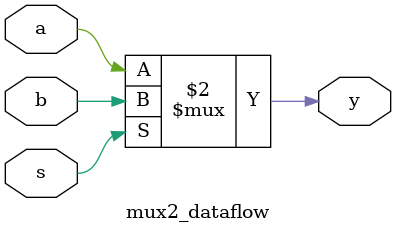
<source format=sv>
module mux2_dataflow (output logic y, input logic a, b, s);

assign y = (s == 0) ? a : b;

endmodule
</source>
